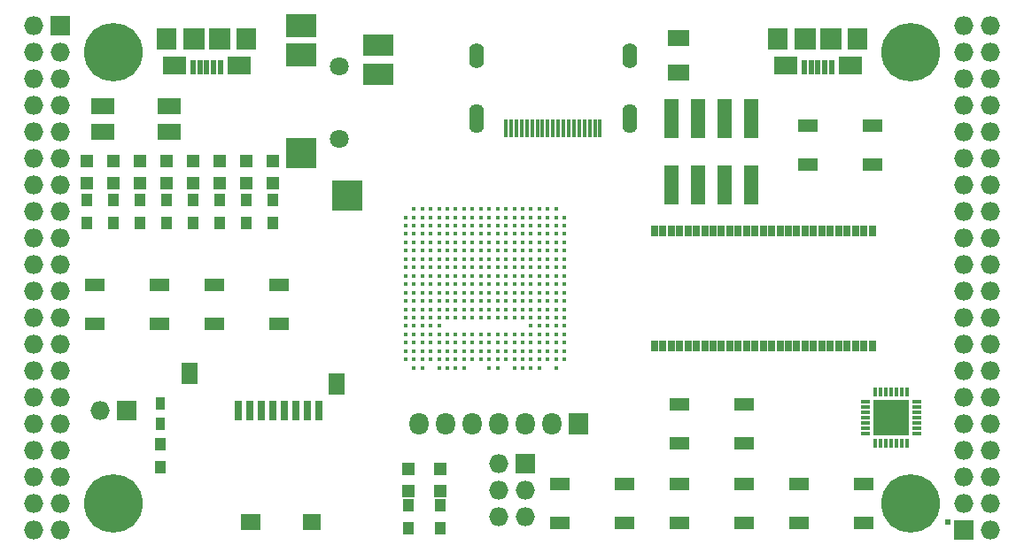
<source format=gts>
G04 #@! TF.FileFunction,Soldermask,Top*
%FSLAX46Y46*%
G04 Gerber Fmt 4.6, Leading zero omitted, Abs format (unit mm)*
G04 Created by KiCad (PCBNEW 4.0.6+dfsg1-1) date Fri Sep 22 15:52:52 2017*
%MOMM*%
%LPD*%
G01*
G04 APERTURE LIST*
%ADD10C,0.100000*%
%ADD11R,1.370000X3.700000*%
%ADD12R,2.132000X1.624000*%
%ADD13R,0.800000X1.900000*%
%ADD14R,1.700000X1.500000*%
%ADD15R,1.900000X1.500000*%
%ADD16R,1.500000X2.000000*%
%ADD17R,1.900000X1.200000*%
%ADD18R,1.298880X1.298880*%
%ADD19R,0.660000X1.000000*%
%ADD20O,1.400000X2.800000*%
%ADD21O,1.400000X2.400000*%
%ADD22R,0.350000X1.700000*%
%ADD23R,1.827200X1.827200*%
%ADD24O,1.827200X1.827200*%
%ADD25C,5.600000*%
%ADD26R,2.300000X1.500000*%
%ADD27R,1.000000X1.300000*%
%ADD28R,0.850000X1.300000*%
%ADD29R,2.200000X1.700000*%
%ADD30R,2.000000X2.000000*%
%ADD31R,0.500000X1.450000*%
%ADD32R,1.900000X2.000000*%
%ADD33O,0.950000X0.400000*%
%ADD34O,0.400000X0.950000*%
%ADD35R,1.775000X1.775000*%
%ADD36C,0.430000*%
%ADD37R,0.600000X0.600000*%
%ADD38R,1.827200X2.132000*%
%ADD39O,1.827200X2.132000*%
%ADD40R,2.900000X2.300000*%
%ADD41R,2.900000X2.900000*%
%ADD42R,2.900000X2.100000*%
%ADD43C,1.800000*%
G04 APERTURE END LIST*
D10*
D11*
X163950000Y-71530000D03*
X161410000Y-71530000D03*
X158870000Y-71530000D03*
X156330000Y-71530000D03*
X156330000Y-77930000D03*
X158870000Y-77930000D03*
X161410000Y-77930000D03*
X163950000Y-77930000D03*
D12*
X156965000Y-63833000D03*
X156965000Y-67135000D03*
D13*
X114930000Y-99520000D03*
X116030000Y-99520000D03*
X117130000Y-99520000D03*
X118230000Y-99520000D03*
X119330000Y-99520000D03*
X120430000Y-99520000D03*
X121530000Y-99520000D03*
X122630000Y-99520000D03*
D14*
X121920000Y-110120000D03*
D15*
X116120000Y-110120000D03*
D16*
X124320000Y-96970000D03*
X110270000Y-95970000D03*
D17*
X101160000Y-87510000D03*
X107360000Y-87510000D03*
X101160000Y-91210000D03*
X107360000Y-91210000D03*
X112590000Y-87510000D03*
X118790000Y-87510000D03*
X112590000Y-91210000D03*
X118790000Y-91210000D03*
X157040000Y-98940000D03*
X163240000Y-98940000D03*
X157040000Y-102640000D03*
X163240000Y-102640000D03*
X163240000Y-110260000D03*
X157040000Y-110260000D03*
X163240000Y-106560000D03*
X157040000Y-106560000D03*
X151810000Y-110260000D03*
X145610000Y-110260000D03*
X151810000Y-106560000D03*
X145610000Y-106560000D03*
X174670000Y-110260000D03*
X168470000Y-110260000D03*
X174670000Y-106560000D03*
X168470000Y-106560000D03*
D18*
X118230000Y-77709020D03*
X118230000Y-75610980D03*
X115690000Y-77709020D03*
X115690000Y-75610980D03*
X113150000Y-77709020D03*
X113150000Y-75610980D03*
X110610000Y-77709020D03*
X110610000Y-75610980D03*
X108070000Y-77709020D03*
X108070000Y-75610980D03*
X105530000Y-77709020D03*
X105530000Y-75610980D03*
X102990000Y-77709020D03*
X102990000Y-75610980D03*
X100450000Y-77709020D03*
X100450000Y-75610980D03*
D19*
X175480000Y-82270000D03*
X154680000Y-93330000D03*
X155480000Y-93330000D03*
X156280000Y-93330000D03*
X157080000Y-93330000D03*
X157880000Y-93330000D03*
X158680000Y-93330000D03*
X159480000Y-93330000D03*
X160280000Y-93330000D03*
X161080000Y-93330000D03*
X161880000Y-93330000D03*
X162680000Y-93330000D03*
X163480000Y-93330000D03*
X164280000Y-93330000D03*
X165080000Y-93330000D03*
X165880000Y-93330000D03*
X166680000Y-93330000D03*
X167480000Y-93330000D03*
X168280000Y-93330000D03*
X169080000Y-93330000D03*
X169880000Y-93330000D03*
X170680000Y-93330000D03*
X171480000Y-93330000D03*
X172280000Y-93330000D03*
X173080000Y-93330000D03*
X173880000Y-93330000D03*
X174680000Y-93330000D03*
X175480000Y-93330000D03*
X174680000Y-82270000D03*
X173880000Y-82270000D03*
X173080000Y-82270000D03*
X172280000Y-82270000D03*
X171480000Y-82270000D03*
X170680000Y-82270000D03*
X169880000Y-82270000D03*
X169080000Y-82270000D03*
X168280000Y-82270000D03*
X167480000Y-82270000D03*
X166680000Y-82270000D03*
X165880000Y-82270000D03*
X165080000Y-82270000D03*
X164280000Y-82270000D03*
X163480000Y-82270000D03*
X162680000Y-82270000D03*
X161880000Y-82270000D03*
X161080000Y-82270000D03*
X160280000Y-82270000D03*
X159480000Y-82270000D03*
X158680000Y-82270000D03*
X157880000Y-82270000D03*
X157080000Y-82270000D03*
X156280000Y-82270000D03*
X155480000Y-82270000D03*
X154680000Y-82270000D03*
D20*
X152280000Y-71550000D03*
X137680000Y-71550000D03*
D21*
X137680000Y-65500000D03*
D22*
X140480000Y-72500000D03*
X140980000Y-72500000D03*
X141480000Y-72500000D03*
X141980000Y-72500000D03*
X142480000Y-72500000D03*
X142980000Y-72500000D03*
X143480000Y-72500000D03*
X143980000Y-72500000D03*
X144480000Y-72500000D03*
X144980000Y-72500000D03*
X145480000Y-72500000D03*
X145980000Y-72500000D03*
X146480000Y-72500000D03*
X146980000Y-72500000D03*
X147480000Y-72500000D03*
X147980000Y-72500000D03*
X148480000Y-72500000D03*
X148980000Y-72500000D03*
X149480000Y-72500000D03*
D21*
X152280000Y-65500000D03*
D23*
X97910000Y-62690000D03*
D24*
X95370000Y-62690000D03*
X97910000Y-65230000D03*
X95370000Y-65230000D03*
X97910000Y-67770000D03*
X95370000Y-67770000D03*
X97910000Y-70310000D03*
X95370000Y-70310000D03*
X97910000Y-72850000D03*
X95370000Y-72850000D03*
X97910000Y-75390000D03*
X95370000Y-75390000D03*
X97910000Y-77930000D03*
X95370000Y-77930000D03*
X97910000Y-80470000D03*
X95370000Y-80470000D03*
X97910000Y-83010000D03*
X95370000Y-83010000D03*
X97910000Y-85550000D03*
X95370000Y-85550000D03*
X97910000Y-88090000D03*
X95370000Y-88090000D03*
X97910000Y-90630000D03*
X95370000Y-90630000D03*
X97910000Y-93170000D03*
X95370000Y-93170000D03*
X97910000Y-95710000D03*
X95370000Y-95710000D03*
X97910000Y-98250000D03*
X95370000Y-98250000D03*
X97910000Y-100790000D03*
X95370000Y-100790000D03*
X97910000Y-103330000D03*
X95370000Y-103330000D03*
X97910000Y-105870000D03*
X95370000Y-105870000D03*
X97910000Y-108410000D03*
X95370000Y-108410000D03*
X97910000Y-110950000D03*
X95370000Y-110950000D03*
D23*
X184270000Y-110950000D03*
D24*
X186810000Y-110950000D03*
X184270000Y-108410000D03*
X186810000Y-108410000D03*
X184270000Y-105870000D03*
X186810000Y-105870000D03*
X184270000Y-103330000D03*
X186810000Y-103330000D03*
X184270000Y-100790000D03*
X186810000Y-100790000D03*
X184270000Y-98250000D03*
X186810000Y-98250000D03*
X184270000Y-95710000D03*
X186810000Y-95710000D03*
X184270000Y-93170000D03*
X186810000Y-93170000D03*
X184270000Y-90630000D03*
X186810000Y-90630000D03*
X184270000Y-88090000D03*
X186810000Y-88090000D03*
X184270000Y-85550000D03*
X186810000Y-85550000D03*
X184270000Y-83010000D03*
X186810000Y-83010000D03*
X184270000Y-80470000D03*
X186810000Y-80470000D03*
X184270000Y-77930000D03*
X186810000Y-77930000D03*
X184270000Y-75390000D03*
X186810000Y-75390000D03*
X184270000Y-72850000D03*
X186810000Y-72850000D03*
X184270000Y-70310000D03*
X186810000Y-70310000D03*
X184270000Y-67770000D03*
X186810000Y-67770000D03*
X184270000Y-65230000D03*
X186810000Y-65230000D03*
X184270000Y-62690000D03*
X186810000Y-62690000D03*
D25*
X102990000Y-108410000D03*
X179190000Y-108410000D03*
X179190000Y-65230000D03*
X102990000Y-65230000D03*
D17*
X175535000Y-75970000D03*
X169335000Y-75970000D03*
X175535000Y-72270000D03*
X169335000Y-72270000D03*
D26*
X108274000Y-70330000D03*
X101974000Y-70330000D03*
X101974000Y-72830000D03*
X108274000Y-72830000D03*
D23*
X104260000Y-99520000D03*
D24*
X101720000Y-99520000D03*
D18*
X131184000Y-105074980D03*
X131184000Y-107173020D03*
X134232000Y-107173020D03*
X134232000Y-105074980D03*
D27*
X131184000Y-108580000D03*
X131184000Y-110780000D03*
X134232000Y-110780000D03*
X134232000Y-108580000D03*
D28*
X107480000Y-100750000D03*
X107480000Y-98850000D03*
D27*
X107480000Y-102700000D03*
X107480000Y-104900000D03*
D29*
X114980000Y-66510000D03*
X108780000Y-66510000D03*
D30*
X113080000Y-63960000D03*
X110680000Y-63960000D03*
D31*
X113180000Y-66635000D03*
X112530000Y-66635000D03*
X111880000Y-66635000D03*
X111230000Y-66635000D03*
X110580000Y-66635000D03*
D32*
X115680000Y-63960000D03*
X108080000Y-63960000D03*
D29*
X173400000Y-66510000D03*
X167200000Y-66510000D03*
D30*
X171500000Y-63960000D03*
X169100000Y-63960000D03*
D31*
X171600000Y-66635000D03*
X170950000Y-66635000D03*
X170300000Y-66635000D03*
X169650000Y-66635000D03*
X169000000Y-66635000D03*
D32*
X174100000Y-63960000D03*
X166500000Y-63960000D03*
D23*
X142360000Y-104600000D03*
D24*
X139820000Y-104600000D03*
X142360000Y-107140000D03*
X139820000Y-107140000D03*
X142360000Y-109680000D03*
X139820000Y-109680000D03*
D27*
X118230000Y-81570000D03*
X118230000Y-79370000D03*
X115690000Y-81570000D03*
X115690000Y-79370000D03*
X113150000Y-81570000D03*
X113150000Y-79370000D03*
X110610000Y-81570000D03*
X110610000Y-79370000D03*
X108070000Y-81570000D03*
X108070000Y-79370000D03*
X105530000Y-81570000D03*
X105530000Y-79370000D03*
X102990000Y-81570000D03*
X102990000Y-79370000D03*
X100450000Y-81570000D03*
X100450000Y-79370000D03*
D33*
X179735000Y-101655000D03*
X179735000Y-101155000D03*
X179735000Y-100655000D03*
X179735000Y-100155000D03*
X179735000Y-99655000D03*
X179735000Y-99155000D03*
X179735000Y-98655000D03*
D34*
X178785000Y-97705000D03*
X178285000Y-97705000D03*
X177785000Y-97705000D03*
X177285000Y-97705000D03*
X176785000Y-97705000D03*
X176285000Y-97705000D03*
X175785000Y-97705000D03*
D33*
X174835000Y-98655000D03*
X174835000Y-99155000D03*
X174835000Y-99655000D03*
X174835000Y-100155000D03*
X174835000Y-100655000D03*
X174835000Y-101155000D03*
X174835000Y-101655000D03*
D34*
X175785000Y-102605000D03*
X176285000Y-102605000D03*
X176785000Y-102605000D03*
X177285000Y-102605000D03*
X177785000Y-102605000D03*
X178285000Y-102605000D03*
X178785000Y-102605000D03*
D35*
X176447500Y-99317500D03*
X176447500Y-100992500D03*
X178122500Y-99317500D03*
X178122500Y-100992500D03*
D36*
X131680000Y-80200000D03*
X132480000Y-80200000D03*
X133280000Y-80200000D03*
X134080000Y-80200000D03*
X134880000Y-80200000D03*
X135680000Y-80200000D03*
X136480000Y-80200000D03*
X137280000Y-80200000D03*
X138080000Y-80200000D03*
X138880000Y-80200000D03*
X139680000Y-80200000D03*
X140480000Y-80200000D03*
X141280000Y-80200000D03*
X142080000Y-80200000D03*
X142880000Y-80200000D03*
X143680000Y-80200000D03*
X144480000Y-80200000D03*
X145280000Y-80200000D03*
X130880000Y-81000000D03*
X131680000Y-81000000D03*
X132480000Y-81000000D03*
X133280000Y-81000000D03*
X134080000Y-81000000D03*
X134880000Y-81000000D03*
X135680000Y-81000000D03*
X136480000Y-81000000D03*
X137280000Y-81000000D03*
X138080000Y-81000000D03*
X138880000Y-81000000D03*
X139680000Y-81000000D03*
X140480000Y-81000000D03*
X141280000Y-81000000D03*
X142080000Y-81000000D03*
X142880000Y-81000000D03*
X143680000Y-81000000D03*
X144480000Y-81000000D03*
X145280000Y-81000000D03*
X146080000Y-81000000D03*
X130880000Y-81800000D03*
X131680000Y-81800000D03*
X132480000Y-81800000D03*
X133280000Y-81800000D03*
X134080000Y-81800000D03*
X134880000Y-81800000D03*
X135680000Y-81800000D03*
X136480000Y-81800000D03*
X137280000Y-81800000D03*
X138080000Y-81800000D03*
X138880000Y-81800000D03*
X139680000Y-81800000D03*
X140480000Y-81800000D03*
X141280000Y-81800000D03*
X142080000Y-81800000D03*
X142880000Y-81800000D03*
X143680000Y-81800000D03*
X144480000Y-81800000D03*
X145280000Y-81800000D03*
X146080000Y-81800000D03*
X130880000Y-82600000D03*
X131680000Y-82600000D03*
X132480000Y-82600000D03*
X133280000Y-82600000D03*
X134080000Y-82600000D03*
X134880000Y-82600000D03*
X135680000Y-82600000D03*
X136480000Y-82600000D03*
X137280000Y-82600000D03*
X138080000Y-82600000D03*
X138880000Y-82600000D03*
X139680000Y-82600000D03*
X140480000Y-82600000D03*
X141280000Y-82600000D03*
X142080000Y-82600000D03*
X142880000Y-82600000D03*
X143680000Y-82600000D03*
X144480000Y-82600000D03*
X145280000Y-82600000D03*
X146080000Y-82600000D03*
X130880000Y-83400000D03*
X131680000Y-83400000D03*
X132480000Y-83400000D03*
X133280000Y-83400000D03*
X134080000Y-83400000D03*
X134880000Y-83400000D03*
X135680000Y-83400000D03*
X136480000Y-83400000D03*
X137280000Y-83400000D03*
X138080000Y-83400000D03*
X138880000Y-83400000D03*
X139680000Y-83400000D03*
X140480000Y-83400000D03*
X141280000Y-83400000D03*
X142080000Y-83400000D03*
X142880000Y-83400000D03*
X143680000Y-83400000D03*
X144480000Y-83400000D03*
X145280000Y-83400000D03*
X146080000Y-83400000D03*
X130880000Y-84200000D03*
X131680000Y-84200000D03*
X132480000Y-84200000D03*
X133280000Y-84200000D03*
X134080000Y-84200000D03*
X134880000Y-84200000D03*
X135680000Y-84200000D03*
X136480000Y-84200000D03*
X137280000Y-84200000D03*
X138080000Y-84200000D03*
X138880000Y-84200000D03*
X139680000Y-84200000D03*
X140480000Y-84200000D03*
X141280000Y-84200000D03*
X142080000Y-84200000D03*
X142880000Y-84200000D03*
X143680000Y-84200000D03*
X144480000Y-84200000D03*
X145280000Y-84200000D03*
X146080000Y-84200000D03*
X130880000Y-85000000D03*
X131680000Y-85000000D03*
X132480000Y-85000000D03*
X133280000Y-85000000D03*
X134080000Y-85000000D03*
X134880000Y-85000000D03*
X135680000Y-85000000D03*
X136480000Y-85000000D03*
X137280000Y-85000000D03*
X138080000Y-85000000D03*
X138880000Y-85000000D03*
X139680000Y-85000000D03*
X140480000Y-85000000D03*
X141280000Y-85000000D03*
X142080000Y-85000000D03*
X142880000Y-85000000D03*
X143680000Y-85000000D03*
X144480000Y-85000000D03*
X145280000Y-85000000D03*
X146080000Y-85000000D03*
X130880000Y-85800000D03*
X131680000Y-85800000D03*
X132480000Y-85800000D03*
X133280000Y-85800000D03*
X134080000Y-85800000D03*
X134880000Y-85800000D03*
X135680000Y-85800000D03*
X136480000Y-85800000D03*
X137280000Y-85800000D03*
X138080000Y-85800000D03*
X138880000Y-85800000D03*
X139680000Y-85800000D03*
X140480000Y-85800000D03*
X141280000Y-85800000D03*
X142080000Y-85800000D03*
X142880000Y-85800000D03*
X143680000Y-85800000D03*
X144480000Y-85800000D03*
X145280000Y-85800000D03*
X146080000Y-85800000D03*
X130880000Y-86600000D03*
X131680000Y-86600000D03*
X132480000Y-86600000D03*
X133280000Y-86600000D03*
X134080000Y-86600000D03*
X134880000Y-86600000D03*
X135680000Y-86600000D03*
X136480000Y-86600000D03*
X137280000Y-86600000D03*
X138080000Y-86600000D03*
X138880000Y-86600000D03*
X139680000Y-86600000D03*
X140480000Y-86600000D03*
X141280000Y-86600000D03*
X142080000Y-86600000D03*
X142880000Y-86600000D03*
X143680000Y-86600000D03*
X144480000Y-86600000D03*
X145280000Y-86600000D03*
X146080000Y-86600000D03*
X130880000Y-87400000D03*
X131680000Y-87400000D03*
X132480000Y-87400000D03*
X133280000Y-87400000D03*
X134080000Y-87400000D03*
X134880000Y-87400000D03*
X135680000Y-87400000D03*
X136480000Y-87400000D03*
X137280000Y-87400000D03*
X138080000Y-87400000D03*
X138880000Y-87400000D03*
X139680000Y-87400000D03*
X140480000Y-87400000D03*
X141280000Y-87400000D03*
X142080000Y-87400000D03*
X142880000Y-87400000D03*
X143680000Y-87400000D03*
X144480000Y-87400000D03*
X145280000Y-87400000D03*
X146080000Y-87400000D03*
X130880000Y-88200000D03*
X131680000Y-88200000D03*
X132480000Y-88200000D03*
X133280000Y-88200000D03*
X134080000Y-88200000D03*
X134880000Y-88200000D03*
X135680000Y-88200000D03*
X136480000Y-88200000D03*
X137280000Y-88200000D03*
X138080000Y-88200000D03*
X138880000Y-88200000D03*
X139680000Y-88200000D03*
X140480000Y-88200000D03*
X141280000Y-88200000D03*
X142080000Y-88200000D03*
X142880000Y-88200000D03*
X143680000Y-88200000D03*
X144480000Y-88200000D03*
X145280000Y-88200000D03*
X146080000Y-88200000D03*
X130880000Y-89000000D03*
X131680000Y-89000000D03*
X132480000Y-89000000D03*
X133280000Y-89000000D03*
X134080000Y-89000000D03*
X134880000Y-89000000D03*
X135680000Y-89000000D03*
X136480000Y-89000000D03*
X137280000Y-89000000D03*
X138080000Y-89000000D03*
X138880000Y-89000000D03*
X139680000Y-89000000D03*
X140480000Y-89000000D03*
X141280000Y-89000000D03*
X142080000Y-89000000D03*
X142880000Y-89000000D03*
X143680000Y-89000000D03*
X144480000Y-89000000D03*
X145280000Y-89000000D03*
X146080000Y-89000000D03*
X130880000Y-89800000D03*
X131680000Y-89800000D03*
X132480000Y-89800000D03*
X133280000Y-89800000D03*
X134080000Y-89800000D03*
X134880000Y-89800000D03*
X135680000Y-89800000D03*
X136480000Y-89800000D03*
X137280000Y-89800000D03*
X138080000Y-89800000D03*
X138880000Y-89800000D03*
X139680000Y-89800000D03*
X140480000Y-89800000D03*
X141280000Y-89800000D03*
X142080000Y-89800000D03*
X142880000Y-89800000D03*
X143680000Y-89800000D03*
X144480000Y-89800000D03*
X145280000Y-89800000D03*
X146080000Y-89800000D03*
X130880000Y-90600000D03*
X131680000Y-90600000D03*
X132480000Y-90600000D03*
X133280000Y-90600000D03*
X134080000Y-90600000D03*
X134880000Y-90600000D03*
X135680000Y-90600000D03*
X136480000Y-90600000D03*
X137280000Y-90600000D03*
X138080000Y-90600000D03*
X138880000Y-90600000D03*
X139680000Y-90600000D03*
X140480000Y-90600000D03*
X141280000Y-90600000D03*
X142080000Y-90600000D03*
X142880000Y-90600000D03*
X143680000Y-90600000D03*
X144480000Y-90600000D03*
X145280000Y-90600000D03*
X146080000Y-90600000D03*
X130880000Y-91400000D03*
X131680000Y-91400000D03*
X132480000Y-91400000D03*
X133280000Y-91400000D03*
X134080000Y-91400000D03*
X142880000Y-91400000D03*
X143680000Y-91400000D03*
X144480000Y-91400000D03*
X145280000Y-91400000D03*
X146080000Y-91400000D03*
X130880000Y-92200000D03*
X131680000Y-92200000D03*
X132480000Y-92200000D03*
X133280000Y-92200000D03*
X134080000Y-92200000D03*
X134880000Y-92200000D03*
X135680000Y-92200000D03*
X136480000Y-92200000D03*
X137280000Y-92200000D03*
X138080000Y-92200000D03*
X138880000Y-92200000D03*
X139680000Y-92200000D03*
X140480000Y-92200000D03*
X141280000Y-92200000D03*
X142080000Y-92200000D03*
X142880000Y-92200000D03*
X143680000Y-92200000D03*
X144480000Y-92200000D03*
X145280000Y-92200000D03*
X146080000Y-92200000D03*
X130880000Y-93000000D03*
X131680000Y-93000000D03*
X132480000Y-93000000D03*
X133280000Y-93000000D03*
X134080000Y-93000000D03*
X134880000Y-93000000D03*
X135680000Y-93000000D03*
X136480000Y-93000000D03*
X137280000Y-93000000D03*
X138080000Y-93000000D03*
X138880000Y-93000000D03*
X139680000Y-93000000D03*
X140480000Y-93000000D03*
X141280000Y-93000000D03*
X142080000Y-93000000D03*
X142880000Y-93000000D03*
X143680000Y-93000000D03*
X144480000Y-93000000D03*
X145280000Y-93000000D03*
X146080000Y-93000000D03*
X130880000Y-93800000D03*
X131680000Y-93800000D03*
X132480000Y-93800000D03*
X133280000Y-93800000D03*
X134080000Y-93800000D03*
X134880000Y-93800000D03*
X135680000Y-93800000D03*
X136480000Y-93800000D03*
X137280000Y-93800000D03*
X138080000Y-93800000D03*
X138880000Y-93800000D03*
X139680000Y-93800000D03*
X140480000Y-93800000D03*
X141280000Y-93800000D03*
X142080000Y-93800000D03*
X142880000Y-93800000D03*
X143680000Y-93800000D03*
X144480000Y-93800000D03*
X145280000Y-93800000D03*
X146080000Y-93800000D03*
X130880000Y-94600000D03*
X131680000Y-94600000D03*
X132480000Y-94600000D03*
X133280000Y-94600000D03*
X134080000Y-94600000D03*
X134880000Y-94600000D03*
X135680000Y-94600000D03*
X136480000Y-94600000D03*
X137280000Y-94600000D03*
X138080000Y-94600000D03*
X138880000Y-94600000D03*
X139680000Y-94600000D03*
X140480000Y-94600000D03*
X141280000Y-94600000D03*
X142080000Y-94600000D03*
X142880000Y-94600000D03*
X143680000Y-94600000D03*
X144480000Y-94600000D03*
X145280000Y-94600000D03*
X146080000Y-94600000D03*
X131680000Y-95400000D03*
X132480000Y-95400000D03*
X134080000Y-95400000D03*
X134880000Y-95400000D03*
X135680000Y-95400000D03*
X136480000Y-95400000D03*
X138880000Y-95400000D03*
X139680000Y-95400000D03*
X141280000Y-95400000D03*
X142080000Y-95400000D03*
X142880000Y-95400000D03*
X143680000Y-95400000D03*
X145280000Y-95400000D03*
D37*
X182680000Y-110200000D03*
D38*
X147440000Y-100790000D03*
D39*
X144900000Y-100790000D03*
X142360000Y-100790000D03*
X139820000Y-100790000D03*
X137280000Y-100790000D03*
X134740000Y-100790000D03*
X132200000Y-100790000D03*
D40*
X120880000Y-62640000D03*
X120880000Y-65440000D03*
D41*
X120880000Y-74840000D03*
X125330000Y-78940000D03*
D42*
X128280000Y-67340000D03*
X128280000Y-64540000D03*
D43*
X124580000Y-66540000D03*
X124580000Y-73540000D03*
M02*

</source>
